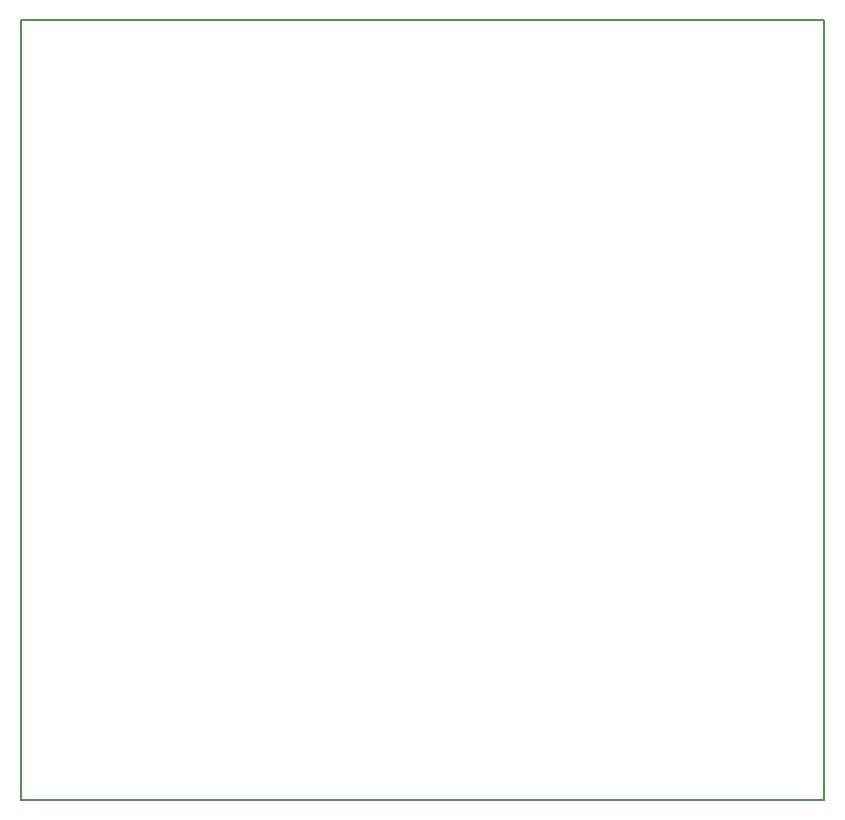
<source format=gko>
G04 #@! TF.FileFunction,Profile,NP*
%FSLAX46Y46*%
G04 Gerber Fmt 4.6, Leading zero omitted, Abs format (unit mm)*
G04 Created by KiCad (PCBNEW 4.0.5) date 02/23/17 22:12:15*
%MOMM*%
%LPD*%
G01*
G04 APERTURE LIST*
%ADD10C,0.100000*%
%ADD11C,0.150000*%
G04 APERTURE END LIST*
D10*
D11*
X117000000Y-128000000D02*
X117000000Y-62000000D01*
X185000000Y-128000000D02*
X117000000Y-128000000D01*
X185000000Y-62000000D02*
X185000000Y-128000000D01*
X117000000Y-62000000D02*
X185000000Y-62000000D01*
M02*

</source>
